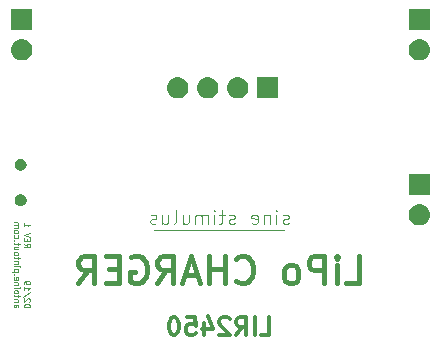
<source format=gbs>
G04 #@! TF.GenerationSoftware,KiCad,Pcbnew,5.0.2-bee76a0~70~ubuntu18.04.1*
G04 #@! TF.CreationDate,2019-03-01T14:14:17+01:00*
G04 #@! TF.ProjectId,SINE_STIMULUS_charger,53494e45-5f53-4544-994d-554c55535f63,rev?*
G04 #@! TF.SameCoordinates,Original*
G04 #@! TF.FileFunction,Soldermask,Bot*
G04 #@! TF.FilePolarity,Negative*
%FSLAX46Y46*%
G04 Gerber Fmt 4.6, Leading zero omitted, Abs format (unit mm)*
G04 Created by KiCad (PCBNEW 5.0.2-bee76a0~70~ubuntu18.04.1) date ven. 01 mars 2019 14:14:17 CET*
%MOMM*%
%LPD*%
G01*
G04 APERTURE LIST*
%ADD10C,0.120000*%
%ADD11C,0.450000*%
%ADD12C,0.100000*%
%ADD13C,0.300000*%
G04 APERTURE END LIST*
D10*
X110500000Y-80000000D02*
X99500000Y-80000000D01*
X110857142Y-79485714D02*
X110742857Y-79542857D01*
X110514285Y-79542857D01*
X110400000Y-79485714D01*
X110342857Y-79371428D01*
X110342857Y-79314285D01*
X110400000Y-79200000D01*
X110514285Y-79142857D01*
X110685714Y-79142857D01*
X110800000Y-79085714D01*
X110857142Y-78971428D01*
X110857142Y-78914285D01*
X110800000Y-78800000D01*
X110685714Y-78742857D01*
X110514285Y-78742857D01*
X110400000Y-78800000D01*
X109828571Y-79542857D02*
X109828571Y-78742857D01*
X109828571Y-78342857D02*
X109885714Y-78400000D01*
X109828571Y-78457142D01*
X109771428Y-78400000D01*
X109828571Y-78342857D01*
X109828571Y-78457142D01*
X109257142Y-78742857D02*
X109257142Y-79542857D01*
X109257142Y-78857142D02*
X109200000Y-78800000D01*
X109085714Y-78742857D01*
X108914285Y-78742857D01*
X108800000Y-78800000D01*
X108742857Y-78914285D01*
X108742857Y-79542857D01*
X107714285Y-79485714D02*
X107828571Y-79542857D01*
X108057142Y-79542857D01*
X108171428Y-79485714D01*
X108228571Y-79371428D01*
X108228571Y-78914285D01*
X108171428Y-78800000D01*
X108057142Y-78742857D01*
X107828571Y-78742857D01*
X107714285Y-78800000D01*
X107657142Y-78914285D01*
X107657142Y-79028571D01*
X108228571Y-79142857D01*
X106285714Y-79485714D02*
X106171428Y-79542857D01*
X105942857Y-79542857D01*
X105828571Y-79485714D01*
X105771428Y-79371428D01*
X105771428Y-79314285D01*
X105828571Y-79200000D01*
X105942857Y-79142857D01*
X106114285Y-79142857D01*
X106228571Y-79085714D01*
X106285714Y-78971428D01*
X106285714Y-78914285D01*
X106228571Y-78800000D01*
X106114285Y-78742857D01*
X105942857Y-78742857D01*
X105828571Y-78800000D01*
X105428571Y-78742857D02*
X104971428Y-78742857D01*
X105257142Y-78342857D02*
X105257142Y-79371428D01*
X105200000Y-79485714D01*
X105085714Y-79542857D01*
X104971428Y-79542857D01*
X104571428Y-79542857D02*
X104571428Y-78742857D01*
X104571428Y-78342857D02*
X104628571Y-78400000D01*
X104571428Y-78457142D01*
X104514285Y-78400000D01*
X104571428Y-78342857D01*
X104571428Y-78457142D01*
X104000000Y-79542857D02*
X104000000Y-78742857D01*
X104000000Y-78857142D02*
X103942857Y-78800000D01*
X103828571Y-78742857D01*
X103657142Y-78742857D01*
X103542857Y-78800000D01*
X103485714Y-78914285D01*
X103485714Y-79542857D01*
X103485714Y-78914285D02*
X103428571Y-78800000D01*
X103314285Y-78742857D01*
X103142857Y-78742857D01*
X103028571Y-78800000D01*
X102971428Y-78914285D01*
X102971428Y-79542857D01*
X101885714Y-78742857D02*
X101885714Y-79542857D01*
X102400000Y-78742857D02*
X102400000Y-79371428D01*
X102342857Y-79485714D01*
X102228571Y-79542857D01*
X102057142Y-79542857D01*
X101942857Y-79485714D01*
X101885714Y-79428571D01*
X101142857Y-79542857D02*
X101257142Y-79485714D01*
X101314285Y-79371428D01*
X101314285Y-78342857D01*
X100171428Y-78742857D02*
X100171428Y-79542857D01*
X100685714Y-78742857D02*
X100685714Y-79371428D01*
X100628571Y-79485714D01*
X100514285Y-79542857D01*
X100342857Y-79542857D01*
X100228571Y-79485714D01*
X100171428Y-79428571D01*
X99657142Y-79485714D02*
X99542857Y-79542857D01*
X99314285Y-79542857D01*
X99200000Y-79485714D01*
X99142857Y-79371428D01*
X99142857Y-79314285D01*
X99200000Y-79200000D01*
X99314285Y-79142857D01*
X99485714Y-79142857D01*
X99600000Y-79085714D01*
X99657142Y-78971428D01*
X99657142Y-78914285D01*
X99600000Y-78800000D01*
X99485714Y-78742857D01*
X99314285Y-78742857D01*
X99200000Y-78800000D01*
D11*
X115733333Y-84540476D02*
X116828571Y-84540476D01*
X116828571Y-82240476D01*
X114966666Y-84540476D02*
X114966666Y-83007142D01*
X114966666Y-82240476D02*
X115076190Y-82350000D01*
X114966666Y-82459523D01*
X114857142Y-82350000D01*
X114966666Y-82240476D01*
X114966666Y-82459523D01*
X113871428Y-84540476D02*
X113871428Y-82240476D01*
X112995238Y-82240476D01*
X112776190Y-82350000D01*
X112666666Y-82459523D01*
X112557142Y-82678571D01*
X112557142Y-83007142D01*
X112666666Y-83226190D01*
X112776190Y-83335714D01*
X112995238Y-83445238D01*
X113871428Y-83445238D01*
X111242857Y-84540476D02*
X111461904Y-84430952D01*
X111571428Y-84321428D01*
X111680952Y-84102380D01*
X111680952Y-83445238D01*
X111571428Y-83226190D01*
X111461904Y-83116666D01*
X111242857Y-83007142D01*
X110914285Y-83007142D01*
X110695238Y-83116666D01*
X110585714Y-83226190D01*
X110476190Y-83445238D01*
X110476190Y-84102380D01*
X110585714Y-84321428D01*
X110695238Y-84430952D01*
X110914285Y-84540476D01*
X111242857Y-84540476D01*
X106423809Y-84321428D02*
X106533333Y-84430952D01*
X106861904Y-84540476D01*
X107080952Y-84540476D01*
X107409523Y-84430952D01*
X107628571Y-84211904D01*
X107738095Y-83992857D01*
X107847619Y-83554761D01*
X107847619Y-83226190D01*
X107738095Y-82788095D01*
X107628571Y-82569047D01*
X107409523Y-82350000D01*
X107080952Y-82240476D01*
X106861904Y-82240476D01*
X106533333Y-82350000D01*
X106423809Y-82459523D01*
X105438095Y-84540476D02*
X105438095Y-82240476D01*
X105438095Y-83335714D02*
X104123809Y-83335714D01*
X104123809Y-84540476D02*
X104123809Y-82240476D01*
X103138095Y-83883333D02*
X102042857Y-83883333D01*
X103357142Y-84540476D02*
X102590476Y-82240476D01*
X101823809Y-84540476D01*
X99742857Y-84540476D02*
X100509523Y-83445238D01*
X101057142Y-84540476D02*
X101057142Y-82240476D01*
X100180952Y-82240476D01*
X99961904Y-82350000D01*
X99852380Y-82459523D01*
X99742857Y-82678571D01*
X99742857Y-83007142D01*
X99852380Y-83226190D01*
X99961904Y-83335714D01*
X100180952Y-83445238D01*
X101057142Y-83445238D01*
X97552380Y-82350000D02*
X97771428Y-82240476D01*
X98100000Y-82240476D01*
X98428571Y-82350000D01*
X98647619Y-82569047D01*
X98757142Y-82788095D01*
X98866666Y-83226190D01*
X98866666Y-83554761D01*
X98757142Y-83992857D01*
X98647619Y-84211904D01*
X98428571Y-84430952D01*
X98100000Y-84540476D01*
X97880952Y-84540476D01*
X97552380Y-84430952D01*
X97442857Y-84321428D01*
X97442857Y-83554761D01*
X97880952Y-83554761D01*
X96457142Y-83335714D02*
X95690476Y-83335714D01*
X95361904Y-84540476D02*
X96457142Y-84540476D01*
X96457142Y-82240476D01*
X95361904Y-82240476D01*
X93061904Y-84540476D02*
X93828571Y-83445238D01*
X94376190Y-84540476D02*
X94376190Y-82240476D01*
X93500000Y-82240476D01*
X93280952Y-82350000D01*
X93171428Y-82459523D01*
X93061904Y-82678571D01*
X93061904Y-83007142D01*
X93171428Y-83226190D01*
X93280952Y-83335714D01*
X93500000Y-83445238D01*
X94376190Y-83445238D01*
D12*
X88948809Y-86470714D02*
X88948809Y-86423095D01*
X88925000Y-86375476D01*
X88901190Y-86351666D01*
X88853571Y-86327857D01*
X88758333Y-86304047D01*
X88639285Y-86304047D01*
X88544047Y-86327857D01*
X88496428Y-86351666D01*
X88472619Y-86375476D01*
X88448809Y-86423095D01*
X88448809Y-86470714D01*
X88472619Y-86518333D01*
X88496428Y-86542142D01*
X88544047Y-86565952D01*
X88639285Y-86589761D01*
X88758333Y-86589761D01*
X88853571Y-86565952D01*
X88901190Y-86542142D01*
X88925000Y-86518333D01*
X88948809Y-86470714D01*
X88901190Y-86113571D02*
X88925000Y-86089761D01*
X88948809Y-86042142D01*
X88948809Y-85923095D01*
X88925000Y-85875476D01*
X88901190Y-85851666D01*
X88853571Y-85827857D01*
X88805952Y-85827857D01*
X88734523Y-85851666D01*
X88448809Y-86137380D01*
X88448809Y-85827857D01*
X88972619Y-85256428D02*
X88329761Y-85685000D01*
X88448809Y-84827857D02*
X88448809Y-85113571D01*
X88448809Y-84970714D02*
X88948809Y-84970714D01*
X88877380Y-85018333D01*
X88829761Y-85065952D01*
X88805952Y-85113571D01*
X88448809Y-84589761D02*
X88448809Y-84494523D01*
X88472619Y-84446904D01*
X88496428Y-84423095D01*
X88567857Y-84375476D01*
X88663095Y-84351666D01*
X88853571Y-84351666D01*
X88901190Y-84375476D01*
X88925000Y-84399285D01*
X88948809Y-84446904D01*
X88948809Y-84542142D01*
X88925000Y-84589761D01*
X88901190Y-84613571D01*
X88853571Y-84637380D01*
X88734523Y-84637380D01*
X88686904Y-84613571D01*
X88663095Y-84589761D01*
X88639285Y-84542142D01*
X88639285Y-84446904D01*
X88663095Y-84399285D01*
X88686904Y-84375476D01*
X88734523Y-84351666D01*
X88448809Y-81185000D02*
X88686904Y-81351666D01*
X88448809Y-81470714D02*
X88948809Y-81470714D01*
X88948809Y-81280238D01*
X88925000Y-81232619D01*
X88901190Y-81208809D01*
X88853571Y-81185000D01*
X88782142Y-81185000D01*
X88734523Y-81208809D01*
X88710714Y-81232619D01*
X88686904Y-81280238D01*
X88686904Y-81470714D01*
X88710714Y-80970714D02*
X88710714Y-80804047D01*
X88448809Y-80732619D02*
X88448809Y-80970714D01*
X88948809Y-80970714D01*
X88948809Y-80732619D01*
X88948809Y-80589761D02*
X88448809Y-80423095D01*
X88948809Y-80256428D01*
X88448809Y-79446904D02*
X88448809Y-79732619D01*
X88448809Y-79589761D02*
X88948809Y-79589761D01*
X88877380Y-79637380D01*
X88829761Y-79685000D01*
X88805952Y-79732619D01*
X87598809Y-86351666D02*
X87860714Y-86351666D01*
X87908333Y-86375476D01*
X87932142Y-86423095D01*
X87932142Y-86518333D01*
X87908333Y-86565952D01*
X87622619Y-86351666D02*
X87598809Y-86399285D01*
X87598809Y-86518333D01*
X87622619Y-86565952D01*
X87670238Y-86589761D01*
X87717857Y-86589761D01*
X87765476Y-86565952D01*
X87789285Y-86518333D01*
X87789285Y-86399285D01*
X87813095Y-86351666D01*
X87932142Y-86113571D02*
X87598809Y-86113571D01*
X87884523Y-86113571D02*
X87908333Y-86089761D01*
X87932142Y-86042142D01*
X87932142Y-85970714D01*
X87908333Y-85923095D01*
X87860714Y-85899285D01*
X87598809Y-85899285D01*
X87932142Y-85732619D02*
X87932142Y-85542142D01*
X88098809Y-85661190D02*
X87670238Y-85661190D01*
X87622619Y-85637380D01*
X87598809Y-85589761D01*
X87598809Y-85542142D01*
X87598809Y-85304047D02*
X87622619Y-85351666D01*
X87646428Y-85375476D01*
X87694047Y-85399285D01*
X87836904Y-85399285D01*
X87884523Y-85375476D01*
X87908333Y-85351666D01*
X87932142Y-85304047D01*
X87932142Y-85232619D01*
X87908333Y-85185000D01*
X87884523Y-85161190D01*
X87836904Y-85137380D01*
X87694047Y-85137380D01*
X87646428Y-85161190D01*
X87622619Y-85185000D01*
X87598809Y-85232619D01*
X87598809Y-85304047D01*
X87598809Y-84923095D02*
X87932142Y-84923095D01*
X88098809Y-84923095D02*
X88075000Y-84946904D01*
X88051190Y-84923095D01*
X88075000Y-84899285D01*
X88098809Y-84923095D01*
X88051190Y-84923095D01*
X87932142Y-84685000D02*
X87598809Y-84685000D01*
X87884523Y-84685000D02*
X87908333Y-84661190D01*
X87932142Y-84613571D01*
X87932142Y-84542142D01*
X87908333Y-84494523D01*
X87860714Y-84470714D01*
X87598809Y-84470714D01*
X87622619Y-84042142D02*
X87598809Y-84089761D01*
X87598809Y-84185000D01*
X87622619Y-84232619D01*
X87670238Y-84256428D01*
X87860714Y-84256428D01*
X87908333Y-84232619D01*
X87932142Y-84185000D01*
X87932142Y-84089761D01*
X87908333Y-84042142D01*
X87860714Y-84018333D01*
X87813095Y-84018333D01*
X87765476Y-84256428D01*
X87646428Y-83804047D02*
X87622619Y-83780238D01*
X87598809Y-83804047D01*
X87622619Y-83827857D01*
X87646428Y-83804047D01*
X87598809Y-83804047D01*
X87932142Y-83565952D02*
X87432142Y-83565952D01*
X87908333Y-83565952D02*
X87932142Y-83518333D01*
X87932142Y-83423095D01*
X87908333Y-83375476D01*
X87884523Y-83351666D01*
X87836904Y-83327857D01*
X87694047Y-83327857D01*
X87646428Y-83351666D01*
X87622619Y-83375476D01*
X87598809Y-83423095D01*
X87598809Y-83518333D01*
X87622619Y-83565952D01*
X87598809Y-83113571D02*
X87932142Y-83113571D01*
X88098809Y-83113571D02*
X88075000Y-83137380D01*
X88051190Y-83113571D01*
X88075000Y-83089761D01*
X88098809Y-83113571D01*
X88051190Y-83113571D01*
X87932142Y-82875476D02*
X87598809Y-82875476D01*
X87884523Y-82875476D02*
X87908333Y-82851666D01*
X87932142Y-82804047D01*
X87932142Y-82732619D01*
X87908333Y-82685000D01*
X87860714Y-82661190D01*
X87598809Y-82661190D01*
X87932142Y-82494523D02*
X87932142Y-82304047D01*
X88098809Y-82423095D02*
X87670238Y-82423095D01*
X87622619Y-82399285D01*
X87598809Y-82351666D01*
X87598809Y-82304047D01*
X87598809Y-82065952D02*
X87622619Y-82113571D01*
X87646428Y-82137380D01*
X87694047Y-82161190D01*
X87836904Y-82161190D01*
X87884523Y-82137380D01*
X87908333Y-82113571D01*
X87932142Y-82065952D01*
X87932142Y-81994523D01*
X87908333Y-81946904D01*
X87884523Y-81923095D01*
X87836904Y-81899285D01*
X87694047Y-81899285D01*
X87646428Y-81923095D01*
X87622619Y-81946904D01*
X87598809Y-81994523D01*
X87598809Y-82065952D01*
X87932142Y-81470714D02*
X87598809Y-81470714D01*
X87932142Y-81685000D02*
X87670238Y-81685000D01*
X87622619Y-81661190D01*
X87598809Y-81613571D01*
X87598809Y-81542142D01*
X87622619Y-81494523D01*
X87646428Y-81470714D01*
X87932142Y-81304047D02*
X87932142Y-81113571D01*
X88098809Y-81232619D02*
X87670238Y-81232619D01*
X87622619Y-81208809D01*
X87598809Y-81161190D01*
X87598809Y-81113571D01*
X87646428Y-80946904D02*
X87622619Y-80923095D01*
X87598809Y-80946904D01*
X87622619Y-80970714D01*
X87646428Y-80946904D01*
X87598809Y-80946904D01*
X87622619Y-80494523D02*
X87598809Y-80542142D01*
X87598809Y-80637380D01*
X87622619Y-80685000D01*
X87646428Y-80708809D01*
X87694047Y-80732619D01*
X87836904Y-80732619D01*
X87884523Y-80708809D01*
X87908333Y-80685000D01*
X87932142Y-80637380D01*
X87932142Y-80542142D01*
X87908333Y-80494523D01*
X87598809Y-80208809D02*
X87622619Y-80256428D01*
X87646428Y-80280238D01*
X87694047Y-80304047D01*
X87836904Y-80304047D01*
X87884523Y-80280238D01*
X87908333Y-80256428D01*
X87932142Y-80208809D01*
X87932142Y-80137380D01*
X87908333Y-80089761D01*
X87884523Y-80065952D01*
X87836904Y-80042142D01*
X87694047Y-80042142D01*
X87646428Y-80065952D01*
X87622619Y-80089761D01*
X87598809Y-80137380D01*
X87598809Y-80208809D01*
X87598809Y-79827857D02*
X87932142Y-79827857D01*
X87884523Y-79827857D02*
X87908333Y-79804047D01*
X87932142Y-79756428D01*
X87932142Y-79685000D01*
X87908333Y-79637380D01*
X87860714Y-79613571D01*
X87598809Y-79613571D01*
X87860714Y-79613571D02*
X87908333Y-79589761D01*
X87932142Y-79542142D01*
X87932142Y-79470714D01*
X87908333Y-79423095D01*
X87860714Y-79399285D01*
X87598809Y-79399285D01*
D13*
X108500000Y-88928571D02*
X109214285Y-88928571D01*
X109214285Y-87428571D01*
X108000000Y-88928571D02*
X108000000Y-87428571D01*
X106428571Y-88928571D02*
X106928571Y-88214285D01*
X107285714Y-88928571D02*
X107285714Y-87428571D01*
X106714285Y-87428571D01*
X106571428Y-87500000D01*
X106500000Y-87571428D01*
X106428571Y-87714285D01*
X106428571Y-87928571D01*
X106500000Y-88071428D01*
X106571428Y-88142857D01*
X106714285Y-88214285D01*
X107285714Y-88214285D01*
X105857142Y-87571428D02*
X105785714Y-87500000D01*
X105642857Y-87428571D01*
X105285714Y-87428571D01*
X105142857Y-87500000D01*
X105071428Y-87571428D01*
X105000000Y-87714285D01*
X105000000Y-87857142D01*
X105071428Y-88071428D01*
X105928571Y-88928571D01*
X105000000Y-88928571D01*
X103714285Y-87928571D02*
X103714285Y-88928571D01*
X104071428Y-87357142D02*
X104428571Y-88428571D01*
X103500000Y-88428571D01*
X102214285Y-87428571D02*
X102928571Y-87428571D01*
X103000000Y-88142857D01*
X102928571Y-88071428D01*
X102785714Y-88000000D01*
X102428571Y-88000000D01*
X102285714Y-88071428D01*
X102214285Y-88142857D01*
X102142857Y-88285714D01*
X102142857Y-88642857D01*
X102214285Y-88785714D01*
X102285714Y-88857142D01*
X102428571Y-88928571D01*
X102785714Y-88928571D01*
X102928571Y-88857142D01*
X103000000Y-88785714D01*
X101214285Y-87428571D02*
X101071428Y-87428571D01*
X100928571Y-87500000D01*
X100857142Y-87571428D01*
X100785714Y-87714285D01*
X100714285Y-88000000D01*
X100714285Y-88357142D01*
X100785714Y-88642857D01*
X100857142Y-88785714D01*
X100928571Y-88857142D01*
X101071428Y-88928571D01*
X101214285Y-88928571D01*
X101357142Y-88857142D01*
X101428571Y-88785714D01*
X101500000Y-88642857D01*
X101571428Y-88357142D01*
X101571428Y-88000000D01*
X101500000Y-87714285D01*
X101428571Y-87571428D01*
X101357142Y-87500000D01*
X101214285Y-87428571D01*
D12*
G36*
X122030443Y-77845519D02*
X122096627Y-77852037D01*
X122209853Y-77886384D01*
X122266467Y-77903557D01*
X122405087Y-77977652D01*
X122422991Y-77987222D01*
X122439779Y-78001000D01*
X122560186Y-78099814D01*
X122643448Y-78201271D01*
X122672778Y-78237009D01*
X122672779Y-78237011D01*
X122756443Y-78393533D01*
X122756443Y-78393534D01*
X122807963Y-78563373D01*
X122825359Y-78740000D01*
X122807963Y-78916627D01*
X122773616Y-79029853D01*
X122756443Y-79086467D01*
X122682348Y-79225087D01*
X122672778Y-79242991D01*
X122643448Y-79278729D01*
X122560186Y-79380186D01*
X122458729Y-79463448D01*
X122422991Y-79492778D01*
X122422989Y-79492779D01*
X122266467Y-79576443D01*
X122209853Y-79593616D01*
X122096627Y-79627963D01*
X122030442Y-79634482D01*
X121964260Y-79641000D01*
X121875740Y-79641000D01*
X121809558Y-79634482D01*
X121743373Y-79627963D01*
X121630147Y-79593616D01*
X121573533Y-79576443D01*
X121417011Y-79492779D01*
X121417009Y-79492778D01*
X121381271Y-79463448D01*
X121279814Y-79380186D01*
X121196552Y-79278729D01*
X121167222Y-79242991D01*
X121157652Y-79225087D01*
X121083557Y-79086467D01*
X121066384Y-79029853D01*
X121032037Y-78916627D01*
X121014641Y-78740000D01*
X121032037Y-78563373D01*
X121083557Y-78393534D01*
X121083557Y-78393533D01*
X121167221Y-78237011D01*
X121167222Y-78237009D01*
X121196552Y-78201271D01*
X121279814Y-78099814D01*
X121400221Y-78001000D01*
X121417009Y-77987222D01*
X121434913Y-77977652D01*
X121573533Y-77903557D01*
X121630147Y-77886384D01*
X121743373Y-77852037D01*
X121809557Y-77845519D01*
X121875740Y-77839000D01*
X121964260Y-77839000D01*
X122030443Y-77845519D01*
X122030443Y-77845519D01*
G37*
G36*
X88316136Y-77018253D02*
X88407312Y-77056019D01*
X88489372Y-77110850D01*
X88559150Y-77180628D01*
X88613981Y-77262688D01*
X88651747Y-77353864D01*
X88671000Y-77450656D01*
X88671000Y-77549344D01*
X88651747Y-77646136D01*
X88613981Y-77737312D01*
X88559150Y-77819372D01*
X88489372Y-77889150D01*
X88407312Y-77943981D01*
X88316136Y-77981747D01*
X88219344Y-78001000D01*
X88120656Y-78001000D01*
X88023864Y-77981747D01*
X87932688Y-77943981D01*
X87850628Y-77889150D01*
X87780850Y-77819372D01*
X87726019Y-77737312D01*
X87688253Y-77646136D01*
X87669000Y-77549344D01*
X87669000Y-77450656D01*
X87688253Y-77353864D01*
X87726019Y-77262688D01*
X87780850Y-77180628D01*
X87850628Y-77110850D01*
X87932688Y-77056019D01*
X88023864Y-77018253D01*
X88120656Y-76999000D01*
X88219344Y-76999000D01*
X88316136Y-77018253D01*
X88316136Y-77018253D01*
G37*
G36*
X122821000Y-77101000D02*
X121019000Y-77101000D01*
X121019000Y-75299000D01*
X122821000Y-75299000D01*
X122821000Y-77101000D01*
X122821000Y-77101000D01*
G37*
G36*
X88316136Y-74018253D02*
X88407312Y-74056019D01*
X88489372Y-74110850D01*
X88559150Y-74180628D01*
X88613981Y-74262688D01*
X88651747Y-74353864D01*
X88671000Y-74450656D01*
X88671000Y-74549344D01*
X88651747Y-74646136D01*
X88613981Y-74737312D01*
X88559150Y-74819372D01*
X88489372Y-74889150D01*
X88407312Y-74943981D01*
X88316136Y-74981747D01*
X88219344Y-75001000D01*
X88120656Y-75001000D01*
X88023864Y-74981747D01*
X87932688Y-74943981D01*
X87850628Y-74889150D01*
X87780850Y-74819372D01*
X87726019Y-74737312D01*
X87688253Y-74646136D01*
X87669000Y-74549344D01*
X87669000Y-74450656D01*
X87688253Y-74353864D01*
X87726019Y-74262688D01*
X87780850Y-74180628D01*
X87850628Y-74110850D01*
X87932688Y-74056019D01*
X88023864Y-74018253D01*
X88120656Y-73999000D01*
X88219344Y-73999000D01*
X88316136Y-74018253D01*
X88316136Y-74018253D01*
G37*
G36*
X104110441Y-67105518D02*
X104176626Y-67112037D01*
X104289852Y-67146384D01*
X104346466Y-67163557D01*
X104485086Y-67237652D01*
X104502990Y-67247222D01*
X104538728Y-67276552D01*
X104640185Y-67359814D01*
X104723447Y-67461271D01*
X104752777Y-67497009D01*
X104752778Y-67497011D01*
X104836442Y-67653533D01*
X104836442Y-67653534D01*
X104887962Y-67823373D01*
X104905358Y-68000000D01*
X104887962Y-68176627D01*
X104853615Y-68289853D01*
X104836442Y-68346467D01*
X104762347Y-68485087D01*
X104752777Y-68502991D01*
X104723447Y-68538729D01*
X104640185Y-68640186D01*
X104538728Y-68723448D01*
X104502990Y-68752778D01*
X104502988Y-68752779D01*
X104346466Y-68836443D01*
X104289852Y-68853616D01*
X104176626Y-68887963D01*
X104110442Y-68894481D01*
X104044259Y-68901000D01*
X103955739Y-68901000D01*
X103889556Y-68894481D01*
X103823372Y-68887963D01*
X103710146Y-68853616D01*
X103653532Y-68836443D01*
X103497010Y-68752779D01*
X103497008Y-68752778D01*
X103461270Y-68723448D01*
X103359813Y-68640186D01*
X103276551Y-68538729D01*
X103247221Y-68502991D01*
X103237651Y-68485087D01*
X103163556Y-68346467D01*
X103146383Y-68289853D01*
X103112036Y-68176627D01*
X103094640Y-68000000D01*
X103112036Y-67823373D01*
X103163556Y-67653534D01*
X103163556Y-67653533D01*
X103247220Y-67497011D01*
X103247221Y-67497009D01*
X103276551Y-67461271D01*
X103359813Y-67359814D01*
X103461270Y-67276552D01*
X103497008Y-67247222D01*
X103514912Y-67237652D01*
X103653532Y-67163557D01*
X103710146Y-67146384D01*
X103823372Y-67112037D01*
X103889557Y-67105518D01*
X103955739Y-67099000D01*
X104044259Y-67099000D01*
X104110441Y-67105518D01*
X104110441Y-67105518D01*
G37*
G36*
X101570441Y-67105518D02*
X101636626Y-67112037D01*
X101749852Y-67146384D01*
X101806466Y-67163557D01*
X101945086Y-67237652D01*
X101962990Y-67247222D01*
X101998728Y-67276552D01*
X102100185Y-67359814D01*
X102183447Y-67461271D01*
X102212777Y-67497009D01*
X102212778Y-67497011D01*
X102296442Y-67653533D01*
X102296442Y-67653534D01*
X102347962Y-67823373D01*
X102365358Y-68000000D01*
X102347962Y-68176627D01*
X102313615Y-68289853D01*
X102296442Y-68346467D01*
X102222347Y-68485087D01*
X102212777Y-68502991D01*
X102183447Y-68538729D01*
X102100185Y-68640186D01*
X101998728Y-68723448D01*
X101962990Y-68752778D01*
X101962988Y-68752779D01*
X101806466Y-68836443D01*
X101749852Y-68853616D01*
X101636626Y-68887963D01*
X101570442Y-68894481D01*
X101504259Y-68901000D01*
X101415739Y-68901000D01*
X101349556Y-68894481D01*
X101283372Y-68887963D01*
X101170146Y-68853616D01*
X101113532Y-68836443D01*
X100957010Y-68752779D01*
X100957008Y-68752778D01*
X100921270Y-68723448D01*
X100819813Y-68640186D01*
X100736551Y-68538729D01*
X100707221Y-68502991D01*
X100697651Y-68485087D01*
X100623556Y-68346467D01*
X100606383Y-68289853D01*
X100572036Y-68176627D01*
X100554640Y-68000000D01*
X100572036Y-67823373D01*
X100623556Y-67653534D01*
X100623556Y-67653533D01*
X100707220Y-67497011D01*
X100707221Y-67497009D01*
X100736551Y-67461271D01*
X100819813Y-67359814D01*
X100921270Y-67276552D01*
X100957008Y-67247222D01*
X100974912Y-67237652D01*
X101113532Y-67163557D01*
X101170146Y-67146384D01*
X101283372Y-67112037D01*
X101349557Y-67105518D01*
X101415739Y-67099000D01*
X101504259Y-67099000D01*
X101570441Y-67105518D01*
X101570441Y-67105518D01*
G37*
G36*
X109980999Y-68901000D02*
X108178999Y-68901000D01*
X108178999Y-67099000D01*
X109980999Y-67099000D01*
X109980999Y-68901000D01*
X109980999Y-68901000D01*
G37*
G36*
X106650441Y-67105518D02*
X106716626Y-67112037D01*
X106829852Y-67146384D01*
X106886466Y-67163557D01*
X107025086Y-67237652D01*
X107042990Y-67247222D01*
X107078728Y-67276552D01*
X107180185Y-67359814D01*
X107263447Y-67461271D01*
X107292777Y-67497009D01*
X107292778Y-67497011D01*
X107376442Y-67653533D01*
X107376442Y-67653534D01*
X107427962Y-67823373D01*
X107445358Y-68000000D01*
X107427962Y-68176627D01*
X107393615Y-68289853D01*
X107376442Y-68346467D01*
X107302347Y-68485087D01*
X107292777Y-68502991D01*
X107263447Y-68538729D01*
X107180185Y-68640186D01*
X107078728Y-68723448D01*
X107042990Y-68752778D01*
X107042988Y-68752779D01*
X106886466Y-68836443D01*
X106829852Y-68853616D01*
X106716626Y-68887963D01*
X106650442Y-68894481D01*
X106584259Y-68901000D01*
X106495739Y-68901000D01*
X106429556Y-68894481D01*
X106363372Y-68887963D01*
X106250146Y-68853616D01*
X106193532Y-68836443D01*
X106037010Y-68752779D01*
X106037008Y-68752778D01*
X106001270Y-68723448D01*
X105899813Y-68640186D01*
X105816551Y-68538729D01*
X105787221Y-68502991D01*
X105777651Y-68485087D01*
X105703556Y-68346467D01*
X105686383Y-68289853D01*
X105652036Y-68176627D01*
X105634640Y-68000000D01*
X105652036Y-67823373D01*
X105703556Y-67653534D01*
X105703556Y-67653533D01*
X105787220Y-67497011D01*
X105787221Y-67497009D01*
X105816551Y-67461271D01*
X105899813Y-67359814D01*
X106001270Y-67276552D01*
X106037008Y-67247222D01*
X106054912Y-67237652D01*
X106193532Y-67163557D01*
X106250146Y-67146384D01*
X106363372Y-67112037D01*
X106429557Y-67105518D01*
X106495739Y-67099000D01*
X106584259Y-67099000D01*
X106650441Y-67105518D01*
X106650441Y-67105518D01*
G37*
G36*
X88375442Y-63875518D02*
X88441627Y-63882037D01*
X88554853Y-63916384D01*
X88611467Y-63933557D01*
X88750087Y-64007652D01*
X88767991Y-64017222D01*
X88803729Y-64046552D01*
X88905186Y-64129814D01*
X88988448Y-64231271D01*
X89017778Y-64267009D01*
X89017779Y-64267011D01*
X89101443Y-64423533D01*
X89101443Y-64423534D01*
X89152963Y-64593373D01*
X89170359Y-64770000D01*
X89152963Y-64946627D01*
X89118616Y-65059853D01*
X89101443Y-65116467D01*
X89027348Y-65255087D01*
X89017778Y-65272991D01*
X88988448Y-65308729D01*
X88905186Y-65410186D01*
X88803729Y-65493448D01*
X88767991Y-65522778D01*
X88767989Y-65522779D01*
X88611467Y-65606443D01*
X88554853Y-65623616D01*
X88441627Y-65657963D01*
X88375442Y-65664482D01*
X88309260Y-65671000D01*
X88220740Y-65671000D01*
X88154558Y-65664482D01*
X88088373Y-65657963D01*
X87975147Y-65623616D01*
X87918533Y-65606443D01*
X87762011Y-65522779D01*
X87762009Y-65522778D01*
X87726271Y-65493448D01*
X87624814Y-65410186D01*
X87541552Y-65308729D01*
X87512222Y-65272991D01*
X87502652Y-65255087D01*
X87428557Y-65116467D01*
X87411384Y-65059853D01*
X87377037Y-64946627D01*
X87359641Y-64770000D01*
X87377037Y-64593373D01*
X87428557Y-64423534D01*
X87428557Y-64423533D01*
X87512221Y-64267011D01*
X87512222Y-64267009D01*
X87541552Y-64231271D01*
X87624814Y-64129814D01*
X87726271Y-64046552D01*
X87762009Y-64017222D01*
X87779913Y-64007652D01*
X87918533Y-63933557D01*
X87975147Y-63916384D01*
X88088373Y-63882037D01*
X88154558Y-63875518D01*
X88220740Y-63869000D01*
X88309260Y-63869000D01*
X88375442Y-63875518D01*
X88375442Y-63875518D01*
G37*
G36*
X122030442Y-63875518D02*
X122096627Y-63882037D01*
X122209853Y-63916384D01*
X122266467Y-63933557D01*
X122405087Y-64007652D01*
X122422991Y-64017222D01*
X122458729Y-64046552D01*
X122560186Y-64129814D01*
X122643448Y-64231271D01*
X122672778Y-64267009D01*
X122672779Y-64267011D01*
X122756443Y-64423533D01*
X122756443Y-64423534D01*
X122807963Y-64593373D01*
X122825359Y-64770000D01*
X122807963Y-64946627D01*
X122773616Y-65059853D01*
X122756443Y-65116467D01*
X122682348Y-65255087D01*
X122672778Y-65272991D01*
X122643448Y-65308729D01*
X122560186Y-65410186D01*
X122458729Y-65493448D01*
X122422991Y-65522778D01*
X122422989Y-65522779D01*
X122266467Y-65606443D01*
X122209853Y-65623616D01*
X122096627Y-65657963D01*
X122030442Y-65664482D01*
X121964260Y-65671000D01*
X121875740Y-65671000D01*
X121809558Y-65664482D01*
X121743373Y-65657963D01*
X121630147Y-65623616D01*
X121573533Y-65606443D01*
X121417011Y-65522779D01*
X121417009Y-65522778D01*
X121381271Y-65493448D01*
X121279814Y-65410186D01*
X121196552Y-65308729D01*
X121167222Y-65272991D01*
X121157652Y-65255087D01*
X121083557Y-65116467D01*
X121066384Y-65059853D01*
X121032037Y-64946627D01*
X121014641Y-64770000D01*
X121032037Y-64593373D01*
X121083557Y-64423534D01*
X121083557Y-64423533D01*
X121167221Y-64267011D01*
X121167222Y-64267009D01*
X121196552Y-64231271D01*
X121279814Y-64129814D01*
X121381271Y-64046552D01*
X121417009Y-64017222D01*
X121434913Y-64007652D01*
X121573533Y-63933557D01*
X121630147Y-63916384D01*
X121743373Y-63882037D01*
X121809558Y-63875518D01*
X121875740Y-63869000D01*
X121964260Y-63869000D01*
X122030442Y-63875518D01*
X122030442Y-63875518D01*
G37*
G36*
X89166000Y-63131000D02*
X87364000Y-63131000D01*
X87364000Y-61329000D01*
X89166000Y-61329000D01*
X89166000Y-63131000D01*
X89166000Y-63131000D01*
G37*
G36*
X122821000Y-63131000D02*
X121019000Y-63131000D01*
X121019000Y-61329000D01*
X122821000Y-61329000D01*
X122821000Y-63131000D01*
X122821000Y-63131000D01*
G37*
M02*

</source>
